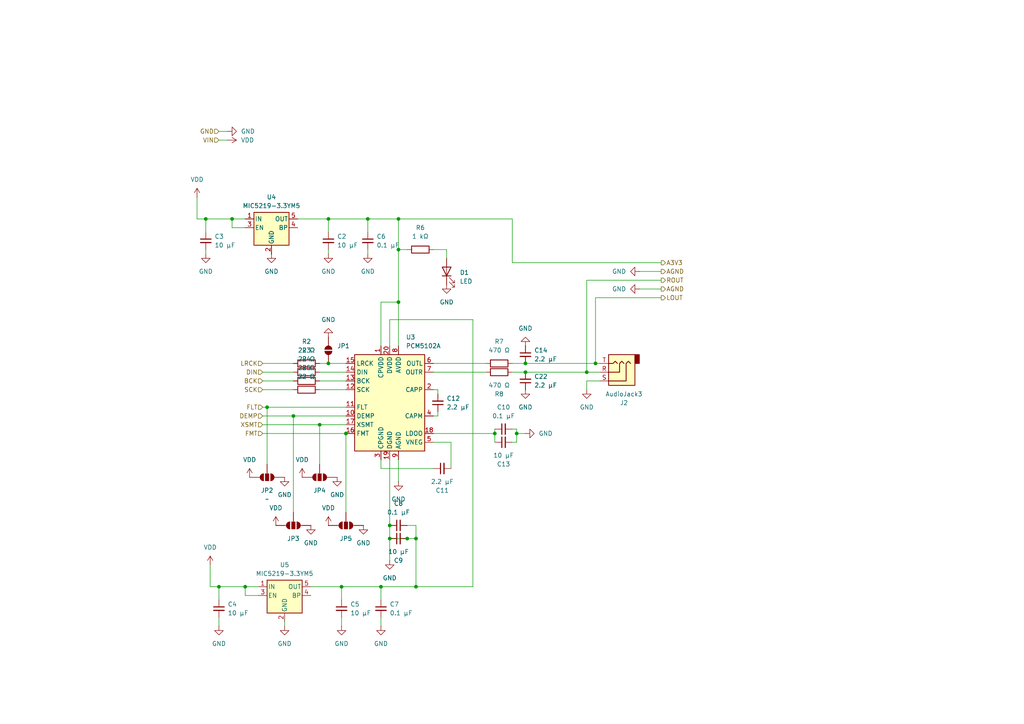
<source format=kicad_sch>
(kicad_sch (version 20250114) (generator "eeschema") (generator_version "9.0")
  (paper "A4")
  (lib_symbols
    (symbol "Audio:PCM5102A"
      (property "Reference" "U" (at -10.16 13.97 0))
      (property "Value" "PCM5102A" (at 3.81 13.97 0))
      (symbol "PCM5102A_0_1"
        (rectangle (start -10.16 12.7) (end 10.16 -15.24) (stroke (width 0.254)) (fill (type background)))
      )
      (symbol "PCM5102A_1_1"
        (pin input line (at -12.7 10.16 0) (length 2.54) (name "LRCK") (number "15"))
        (pin input line (at -12.7 7.62 0) (length 2.54) (name "DIN") (number "14"))
        (pin input line (at -12.7 5.08 0) (length 2.54) (name "BCK") (number "13"))
        (pin input line (at -12.7 2.54 0) (length 2.54) (name "SCK") (number "12"))
        (pin input line (at -12.7 -2.54 0) (length 2.54) (name "FLT") (number "11"))
        (pin input line (at -12.7 -5.08 0) (length 2.54) (name "DEMP") (number "10"))
        (pin input line (at -12.7 -7.62 0) (length 2.54) (name "XSMT") (number "17"))
        (pin input line (at -12.7 -10.16 0) (length 2.54) (name "FMT") (number "16"))
        (pin passive line (at -2.54 15.24 270) (length 2.54) (name "CPVDD") (number "1"))
        (pin power_in line (at -2.54 -17.78 90) (length 2.54) (name "CPGND") (number "3"))
        (pin power_in line (at 0 15.24 270) (length 2.54) (name "DVDD") (number "20"))
        (pin power_in line (at 0 -17.78 90) (length 2.54) (name "DGND") (number "19"))
        (pin power_in line (at 2.54 15.24 270) (length 2.54) (name "AVDD") (number "8"))
        (pin power_in line (at 2.54 -17.78 90) (length 2.54) (name "AGND") (number "9"))
        (pin output line (at 12.7 10.16 180) (length 2.54) (name "OUTL") (number "6"))
        (pin output line (at 12.7 7.62 180) (length 2.54) (name "OUTR") (number "7"))
        (pin passive line (at 12.7 2.54 180) (length 2.54) (name "CAPP") (number "2"))
        (pin passive line (at 12.7 -5.08 180) (length 2.54) (name "CAPM") (number "4"))
        (pin passive line (at 12.7 -10.16 180) (length 2.54) (name "LDOO") (number "18"))
        (pin passive line (at 12.7 -12.7 180) (length 2.54) (name "VNEG") (number "5"))
      )
    )
    (symbol "Connector_Audio:AudioJack3"
      (property "Reference" "J" (at 0 8.89 0))
      (property "Value" "AudioJack3" (at 0 6.35 0))
      (symbol "AudioJack3_0_1"
        (rectangle (start -5.08 -5.08) (end -6.35 -2.54) (stroke (width 0.254)) (fill (type outline)))
        (polyline (pts (xy -1.905 -2.54) (xy -1.27 -3.175) (xy -0.635 -2.54) (xy -0.635 0) (xy 2.54 0)) (stroke (width 0.254)))
        (polyline (pts (xy 0 -2.54) (xy 0.635 -3.175) (xy 1.27 -2.54) (xy 2.54 -2.54)) (stroke (width 0.254)))
        (rectangle (start 2.54 3.81) (end -5.08 -5.08) (stroke (width 0.254)) (fill (type background)))
        (polyline (pts (xy 2.54 2.54) (xy -2.54 2.54) (xy -2.54 -2.54) (xy -3.175 -3.175) (xy -3.81 -2.54)) (stroke (width 0.254)))
      )
      (symbol "AudioJack3_1_1"
        (pin passive line (at 5.08 2.54 180) (length 2.54) (name "~") (number "S"))
        (pin passive line (at 5.08 0 180) (length 2.54) (name "~") (number "R"))
        (pin passive line (at 5.08 -2.54 180) (length 2.54) (name "~") (number "T"))
      )
    )
    (symbol "Device:C_Small" (pin_numbers (hide yes)) (pin_names (offset 0.254) (hide yes))
      (property "Reference" "C" (at 0.254 1.778 0))
      (property "Value" "C_Small" (at 0.254 -2.032 0))
      (symbol "C_Small_0_1"
        (polyline (pts (xy -1.524 0.508) (xy 1.524 0.508)) (stroke (width 0.3048)))
        (polyline (pts (xy -1.524 -0.508) (xy 1.524 -0.508)) (stroke (width 0.3302)))
      )
      (symbol "C_Small_1_1"
        (pin passive line (at 0 2.54 270) (length 2.032) (name "~") (number "1"))
        (pin passive line (at 0 -2.54 90) (length 2.032) (name "~") (number "2"))
      )
    )
    (symbol "Device:LED" (pin_numbers (hide yes)) (pin_names (offset 1.016) (hide yes))
      (property "Reference" "D" (at 0 2.54 0))
      (property "Value" "LED" (at 0 -2.54 0))
      (symbol "LED_0_1"
        (polyline (pts (xy -3.048 -0.762) (xy -4.572 -2.286) (xy -3.81 -2.286) (xy -4.572 -2.286) (xy -4.572 -1.524)))
        (polyline (pts (xy -1.778 -0.762) (xy -3.302 -2.286) (xy -2.54 -2.286) (xy -3.302 -2.286) (xy -3.302 -1.524)))
        (polyline (pts (xy -1.27 0) (xy 1.27 0)))
        (polyline (pts (xy -1.27 -1.27) (xy -1.27 1.27)) (stroke (width 0.254)))
        (polyline (pts (xy 1.27 -1.27) (xy 1.27 1.27) (xy -1.27 0) (xy 1.27 -1.27)) (stroke (width 0.254)))
      )
      (symbol "LED_1_1"
        (pin passive line (at -3.81 0 0) (length 2.54) (name "K") (number "1"))
        (pin passive line (at 3.81 0 180) (length 2.54) (name "A") (number "2"))
      )
    )
    (symbol "Jumper:SolderJumper_2_Open" (pin_numbers (hide yes)) (pin_names (offset 0) (hide yes)) (exclude_from_sim yes) (in_bom no)
      (property "Reference" "JP" (at 0 2.032 0))
      (property "Value" "SolderJumper_2_Open" (at 0 -2.54 0))
      (symbol "SolderJumper_2_Open_0_1"
        (polyline (pts (xy -0.254 1.016) (xy -0.254 -1.016)))
        (arc (start -0.254 -1.016) (mid -1.2656 0) (end -0.254 1.016))
        (arc (start -0.254 -1.016) (mid -1.2656 0) (end -0.254 1.016) (fill (type outline)))
        (arc (start 0.254 1.016) (mid 1.2656 0) (end 0.254 -1.016))
        (arc (start 0.254 1.016) (mid 1.2656 0) (end 0.254 -1.016) (fill (type outline)))
        (polyline (pts (xy 0.254 1.016) (xy 0.254 -1.016)))
      )
      (symbol "SolderJumper_2_Open_1_1"
        (pin passive line (at -3.81 0 0) (length 2.54) (name "A") (number "1"))
        (pin passive line (at 3.81 0 180) (length 2.54) (name "B") (number "2"))
      )
    )
    (symbol "Jumper:SolderJumper_3_Open" (pin_numbers (hide yes)) (pin_names (offset 0) (hide yes)) (exclude_from_sim yes) (in_bom no)
      (property "Reference" "JP" (at -2.54 -2.54 0))
      (property "Value" "SolderJumper_3_Open" (at 0 2.794 0))
      (symbol "SolderJumper_3_Open_0_1"
        (polyline (pts (xy -2.54 0) (xy -2.032 0)))
        (polyline (pts (xy -1.016 1.016) (xy -1.016 -1.016)))
        (arc (start -1.016 -1.016) (mid -2.0276 0) (end -1.016 1.016))
        (arc (start -1.016 -1.016) (mid -2.0276 0) (end -1.016 1.016) (fill (type outline)))
        (rectangle (start -0.508 1.016) (end 0.508 -1.016) (fill (type outline)))
        (polyline (pts (xy 0 -1.27) (xy 0 -1.016)))
        (arc (start 1.016 1.016) (mid 2.0276 0) (end 1.016 -1.016))
        (arc (start 1.016 1.016) (mid 2.0276 0) (end 1.016 -1.016) (fill (type outline)))
        (polyline (pts (xy 1.016 1.016) (xy 1.016 -1.016)))
        (polyline (pts (xy 2.54 0) (xy 2.032 0)))
      )
      (symbol "SolderJumper_3_Open_1_1"
        (pin passive line (at -5.08 0 0) (length 2.54) (name "A") (number "1"))
        (pin passive line (at 0 -3.81 90) (length 2.54) (name "C") (number "2"))
        (pin passive line (at 5.08 0 180) (length 2.54) (name "B") (number "3"))
      )
    )
    (symbol "R_1" (pin_numbers (hide yes)) (pin_names (offset 0) (hide yes))
      (property "Reference" "R" (at 2.032 0 90))
      (property "Value" "R" (at 0 0 90))
      (symbol "R_1_0_1"
        (rectangle (start -1.016 -2.54) (end 1.016 2.54) (stroke (width 0.254)))
      )
      (symbol "R_1_1_1"
        (pin passive line (at 0 3.81 270) (length 1.27) (name "~") (number "1"))
        (pin passive line (at 0 -3.81 90) (length 1.27) (name "~") (number "2"))
      )
    )
    (symbol "R_2" (pin_numbers (hide yes)) (pin_names (offset 0))
      (property "Reference" "R" (at 2.032 0 90))
      (property "Value" "R" (at 0 0 90))
      (symbol "R_2_0_1"
        (rectangle (start -1.016 -2.54) (end 1.016 2.54) (stroke (width 0.254)))
      )
      (symbol "R_2_1_1"
        (pin passive line (at 0 3.81 270) (length 1.27) (name "~") (number "1"))
        (pin passive line (at 0 -3.81 90) (length 1.27) (name "~") (number "2"))
      )
    )
    (symbol "Regulator_Linear:MIC5219-3.3YM5" (pin_names (offset 0.254))
      (property "Reference" "U" (at -3.81 5.715 0))
      (property "Value" "MIC5219-3.3YM5" (at 0 5.715 0))
      (symbol "MIC5219-3.3YM5_0_1"
        (rectangle (start -5.08 4.445) (end 5.08 -5.08) (stroke (width 0.254)) (fill (type background)))
      )
      (symbol "MIC5219-3.3YM5_1_1"
        (pin power_in line (at -7.62 2.54 0) (length 2.54) (name "IN") (number "1"))
        (pin input line (at -7.62 0 0) (length 2.54) (name "EN") (number "3"))
        (pin power_in line (at 0 -7.62 90) (length 2.54) (name "GND") (number "2"))
        (pin power_out line (at 7.62 2.54 180) (length 2.54) (name "OUT") (number "5"))
        (pin input line (at 7.62 0 180) (length 2.54) (name "BP") (number "4"))
      )
    )
    (symbol "power:GND" (power) (pin_numbers (hide yes)) (pin_names (offset 0) (hide yes))
      (property "Value" "GND" (at 0 -3.81 0))
      (symbol "GND_0_1"
        (polyline (pts (xy 0 0) (xy 0 -1.27) (xy 1.27 -1.27) (xy 0 -2.54) (xy -1.27 -1.27) (xy 0 -1.27)))
      )
      (symbol "GND_1_1"
        (pin power_in line (at 0 0 270) (length 0) (name "~") (number "1"))
      )
    )
    (symbol "power:VDD" (power) (pin_numbers (hide yes)) (pin_names (offset 0) (hide yes))
      (property "Value" "VDD" (at 0 3.556 0))
      (symbol "VDD_0_1"
        (polyline (pts (xy -0.762 1.27) (xy 0 2.54)))
        (polyline (pts (xy 0 2.54) (xy 0.762 1.27)))
        (polyline (pts (xy 0 0) (xy 0 2.54)))
      )
      (symbol "VDD_1_1"
        (pin power_in line (at 0 0 90) (length 0) (name "~") (number "1"))
      )
    )
  )
  (junction (at 92.71 123.19))
  (junction (at 152.4 105.41))
  (junction (at 77.47 118.11))
  (junction (at 149.86 125.73))
  (junction (at 95.25 63.5))
  (junction (at 113.03 152.4))
  (junction (at 59.69 63.5))
  (junction (at 95.25 105.41))
  (junction (at 113.03 156.21))
  (junction (at 115.57 87.63))
  (junction (at 71.12 170.18))
  (junction (at 172.72 105.41))
  (junction (at 99.06 170.18))
  (junction (at 115.57 63.5))
  (junction (at 118.11 156.21))
  (junction (at 170.18 107.95))
  (junction (at 120.65 156.21))
  (junction (at 120.65 170.18))
  (junction (at 100.33 125.73))
  (junction (at 152.4 107.95))
  (junction (at 85.09 120.65))
  (junction (at 115.57 72.39))
  (junction (at 110.49 170.18))
  (junction (at 106.68 63.5))
  (junction (at 63.5 170.18))
  (junction (at 67.31 63.5))
  (junction (at 143.51 125.73))
  (wire (pts (xy 113.03 100.33) (xy 113.03 92.71)))
  (wire (pts (xy 148.59 124.46) (xy 149.86 124.46)))
  (wire (pts (xy 86.36 63.5) (xy 95.25 63.5)))
  (wire (pts (xy 92.71 107.95) (xy 100.33 107.95)))
  (wire (pts (xy 106.68 63.5) (xy 115.57 63.5)))
  (wire (pts (xy 152.4 105.41) (xy 172.72 105.41)))
  (wire (pts (xy 110.49 133.35) (xy 110.49 135.89)))
  (wire (pts (xy 149.86 125.73) (xy 149.86 128.27)))
  (wire (pts (xy 85.09 120.65) (xy 100.33 120.65)))
  (wire (pts (xy 59.69 63.5) (xy 67.31 63.5)))
  (wire (pts (xy 120.65 156.21) (xy 120.65 170.18)))
  (wire (pts (xy 172.72 105.41) (xy 173.99 105.41)))
  (wire (pts (xy 82.55 180.34) (xy 82.55 181.61)))
  (wire (pts (xy 95.25 105.41) (xy 100.33 105.41)))
  (wire (pts (xy 100.33 125.73) (xy 100.33 148.59)))
  (wire (pts (xy 120.65 152.4) (xy 120.65 156.21)))
  (wire (pts (xy 125.73 72.39) (xy 129.54 72.39)))
  (wire (pts (xy 115.57 87.63) (xy 115.57 72.39)))
  (wire (pts (xy 71.12 170.18) (xy 74.93 170.18)))
  (wire (pts (xy 76.2 113.03) (xy 85.09 113.03)))
  (wire (pts (xy 57.15 63.5) (xy 57.15 57.15)))
  (wire (pts (xy 63.5 170.18) (xy 71.12 170.18)))
  (wire (pts (xy 129.54 72.39) (xy 129.54 74.93)))
  (wire (pts (xy 74.93 172.72) (xy 71.12 172.72)))
  (wire (pts (xy 143.51 125.73) (xy 143.51 128.27)))
  (wire (pts (xy 125.73 113.03) (xy 127 113.03)))
  (wire (pts (xy 113.03 156.21) (xy 118.11 156.21)))
  (wire (pts (xy 76.2 110.49) (xy 85.09 110.49)))
  (wire (pts (xy 120.65 156.21) (xy 118.11 156.21)))
  (wire (pts (xy 76.2 123.19) (xy 92.71 123.19)))
  (wire (pts (xy 120.65 152.4) (xy 118.11 152.4)))
  (wire (pts (xy 115.57 100.33) (xy 115.57 87.63)))
  (wire (pts (xy 60.96 170.18) (xy 60.96 163.83)))
  (wire (pts (xy 92.71 113.03) (xy 100.33 113.03)))
  (wire (pts (xy 76.2 107.95) (xy 85.09 107.95)))
  (wire (pts (xy 127 120.65) (xy 127 119.38)))
  (wire (pts (xy 130.81 128.27) (xy 125.73 128.27)))
  (wire (pts (xy 173.99 110.49) (xy 170.18 110.49)))
  (wire (pts (xy 85.09 120.65) (xy 85.09 148.59)))
  (wire (pts (xy 110.49 179.07) (xy 110.49 181.61)))
  (wire (pts (xy 130.81 135.89) (xy 130.81 128.27)))
  (wire (pts (xy 110.49 170.18) (xy 120.65 170.18)))
  (wire (pts (xy 76.2 120.65) (xy 85.09 120.65)))
  (wire (pts (xy 77.47 118.11) (xy 77.47 134.62)))
  (wire (pts (xy 185.42 78.74) (xy 191.77 78.74)))
  (wire (pts (xy 170.18 81.28) (xy 170.18 107.95)))
  (wire (pts (xy 63.5 40.64) (xy 66.04 40.64)))
  (wire (pts (xy 76.2 105.41) (xy 85.09 105.41)))
  (wire (pts (xy 95.25 67.31) (xy 95.25 63.5)))
  (wire (pts (xy 148.59 105.41) (xy 152.4 105.41)))
  (wire (pts (xy 59.69 72.39) (xy 59.69 73.66)))
  (wire (pts (xy 106.68 67.31) (xy 106.68 63.5)))
  (wire (pts (xy 92.71 110.49) (xy 100.33 110.49)))
  (wire (pts (xy 113.03 133.35) (xy 113.03 152.4)))
  (wire (pts (xy 191.77 81.28) (xy 170.18 81.28)))
  (wire (pts (xy 95.25 72.39) (xy 95.25 73.66)))
  (wire (pts (xy 172.72 86.36) (xy 172.72 105.41)))
  (wire (pts (xy 76.2 118.11) (xy 77.47 118.11)))
  (wire (pts (xy 125.73 120.65) (xy 127 120.65)))
  (wire (pts (xy 170.18 110.49) (xy 170.18 113.03)))
  (wire (pts (xy 67.31 66.04) (xy 67.31 63.5)))
  (wire (pts (xy 71.12 66.04) (xy 67.31 66.04)))
  (wire (pts (xy 99.06 179.07) (xy 99.06 181.61)))
  (wire (pts (xy 148.59 76.2) (xy 148.59 63.5)))
  (wire (pts (xy 125.73 125.73) (xy 143.51 125.73)))
  (wire (pts (xy 110.49 135.89) (xy 125.73 135.89)))
  (wire (pts (xy 143.51 124.46) (xy 143.51 125.73)))
  (wire (pts (xy 77.47 118.11) (xy 100.33 118.11)))
  (wire (pts (xy 170.18 107.95) (xy 173.99 107.95)))
  (wire (pts (xy 148.59 107.95) (xy 152.4 107.95)))
  (wire (pts (xy 118.11 72.39) (xy 115.57 72.39)))
  (wire (pts (xy 106.68 72.39) (xy 106.68 73.66)))
  (wire (pts (xy 191.77 76.2) (xy 148.59 76.2)))
  (wire (pts (xy 110.49 173.99) (xy 110.49 170.18)))
  (wire (pts (xy 60.96 170.18) (xy 63.5 170.18)))
  (wire (pts (xy 90.17 170.18) (xy 99.06 170.18)))
  (wire (pts (xy 71.12 172.72) (xy 71.12 170.18)))
  (wire (pts (xy 127 113.03) (xy 127 114.3)))
  (wire (pts (xy 113.03 156.21) (xy 113.03 162.56)))
  (wire (pts (xy 120.65 170.18) (xy 137.16 170.18)))
  (wire (pts (xy 149.86 124.46) (xy 149.86 125.73)))
  (wire (pts (xy 115.57 133.35) (xy 115.57 139.7)))
  (wire (pts (xy 63.5 38.1) (xy 66.04 38.1)))
  (wire (pts (xy 63.5 173.99) (xy 63.5 170.18)))
  (wire (pts (xy 92.71 105.41) (xy 95.25 105.41)))
  (wire (pts (xy 113.03 92.71) (xy 137.16 92.71)))
  (wire (pts (xy 57.15 63.5) (xy 59.69 63.5)))
  (wire (pts (xy 125.73 105.41) (xy 140.97 105.41)))
  (wire (pts (xy 59.69 67.31) (xy 59.69 63.5)))
  (wire (pts (xy 67.31 63.5) (xy 71.12 63.5)))
  (wire (pts (xy 185.42 83.82) (xy 191.77 83.82)))
  (wire (pts (xy 152.4 125.73) (xy 149.86 125.73)))
  (wire (pts (xy 92.71 123.19) (xy 100.33 123.19)))
  (wire (pts (xy 148.59 63.5) (xy 115.57 63.5)))
  (wire (pts (xy 115.57 72.39) (xy 115.57 63.5)))
  (wire (pts (xy 149.86 128.27) (xy 148.59 128.27)))
  (wire (pts (xy 137.16 92.71) (xy 137.16 170.18)))
  (wire (pts (xy 92.71 123.19) (xy 92.71 134.62)))
  (wire (pts (xy 95.25 63.5) (xy 106.68 63.5)))
  (wire (pts (xy 99.06 173.99) (xy 99.06 170.18)))
  (wire (pts (xy 113.03 152.4) (xy 113.03 156.21)))
  (wire (pts (xy 191.77 86.36) (xy 172.72 86.36)))
  (wire (pts (xy 110.49 100.33) (xy 110.49 87.63)))
  (wire (pts (xy 152.4 107.95) (xy 170.18 107.95)))
  (wire (pts (xy 99.06 170.18) (xy 110.49 170.18)))
  (wire (pts (xy 125.73 107.95) (xy 140.97 107.95)))
  (wire (pts (xy 76.2 125.73) (xy 100.33 125.73)))
  (wire (pts (xy 63.5 179.07) (xy 63.5 181.61)))
  (wire (pts (xy 110.49 87.63) (xy 115.57 87.63)))
  (hierarchical_label "BCK" (shape input) (at 76.2 110.49 180))
  (hierarchical_label "LOUT" (shape output) (at 191.77 86.36 0))
  (hierarchical_label "LRCK" (shape input) (at 76.2 105.41 180))
  (hierarchical_label "DEMP" (shape input) (at 76.2 120.65 180))
  (hierarchical_label "AGND" (shape output) (at 191.77 78.74 0))
  (hierarchical_label "AGND" (shape output) (at 191.77 83.82 0))
  (hierarchical_label "ROUT" (shape output) (at 191.77 81.28 0))
  (hierarchical_label "FMT" (shape input) (at 76.2 125.73 180))
  (hierarchical_label "XSMT" (shape input) (at 76.2 123.19 180))
  (hierarchical_label "VIN" (shape input) (at 63.5 40.64 180))
  (hierarchical_label "SCK" (shape input) (at 76.2 113.03 180))
  (hierarchical_label "GND" (shape input) (at 63.5 38.1 180))
  (hierarchical_label "FLT" (shape input) (at 76.2 118.11 180))
  (hierarchical_label "A3V3" (shape output) (at 191.77 76.2 0))
  (hierarchical_label "DIN" (shape input) (at 76.2 107.95 180))
  (symbol (lib_id "power:VDD") (at 72.39 138.43 0) (unit 1)
    (property "Reference" "#PWR01" (effects (hide yes)))
    (property "Value" "VDD" (at 72.39 133.35 0))
    (property "Description" "Power symbol creates a global label with name \"VDD\"" (effects (hide yes)))
  )
  (symbol (lib_id "power:GND") (at 105.41 152.4 0) (unit 1)
    (property "Reference" "#PWR08" (effects (hide yes)))
    (property "Value" "GND" (at 105.41 157.48 0))
    (property "Description" "Power symbol creates a global label with name \"GND\" , ground" (effects (hide yes)))
  )
  (symbol (lib_name "R_1") (lib_id "Device:R") (at 144.78 107.95 90) (mirror x) (unit 1)
    (property "Reference" "R8" (at 144.78 114.3 90))
    (property "Value" "470 Ω" (at 144.78 111.76 90))
    (property "Description" "Resistor" (effects (hide yes)))
  )
  (symbol (lib_id "Device:C_Small") (at 99.06 176.53 0) (unit 1)
    (property "Reference" "C5" (at 101.6 175.2662 0) (effects (justify left)))
    (property "Value" "10 μF" (at 101.6 177.8062 0) (effects (justify left)))
    (property "Description" "Unpolarized capacitor, small symbol" (effects (hide yes)))
  )
  (symbol (lib_id "Device:C_Small") (at 115.57 152.4 90) (unit 1)
    (property "Reference" "C8" (at 115.5763 146.05 90))
    (property "Value" "0.1 μF" (at 115.5763 148.59 90))
    (property "Description" "Unpolarized capacitor, small symbol" (effects (hide yes)))
  )
  (symbol (lib_name "R_1") (lib_id "Device:R") (at 88.9 110.49 90) (unit 1)
    (property "Reference" "R4" (at 88.9 104.14 90))
    (property "Value" "22 Ω" (at 88.9 106.68 90))
    (property "Description" "Resistor" (effects (hide yes)))
  )
  (symbol (lib_id "Regulator_Linear:MIC5219-3.3YM5") (at 82.55 172.72 0) (unit 1)
    (property "Reference" "U5" (at 82.55 163.83 0))
    (property "Value" "MIC5219-3.3YM5" (at 82.55 166.37 0))
    (property "Footprint" "Package_TO_SOT_SMD:SOT-23-5" (effects (hide yes)))
    (property "Datasheet" "http://ww1.microchip.com/downloads/en/DeviceDoc/MIC5219-500mA-Peak-Output-LDO-Regulator-DS20006021A.pdf" (effects (hide yes)))
    (property "Description" "500mA low dropout linear regulator, fixed 3.3V output, SOT-23-5" (effects (hide yes)))
  )
  (symbol (lib_id "Jumper:SolderJumper_2_Open") (at 95.25 101.6 90) (unit 1)
    (property "Reference" "JP1" (at 97.79 100.3299 90) (effects (justify right)))
    (property "Value" "SolderJumper_2_Open" (effects (hide yes)))
    (property "Description" "Solder Jumper, 2-pole, open" (effects (hide yes)))
  )
  (symbol (lib_id "Device:LED") (at 129.54 78.74 90) (unit 1)
    (property "Reference" "D1" (at 133.35 79.0574 90) (effects (justify right)))
    (property "Value" "LED" (at 133.35 81.5974 90) (effects (justify right)))
    (property "Description" "Light emitting diode" (effects (hide yes)))
    (property "Sim.Pins" "1=K 2=A" (effects (hide yes)))
  )
  (symbol (lib_id "Device:C_Small") (at 106.68 69.85 0) (unit 1)
    (property "Reference" "C6" (at 109.22 68.5862 0) (effects (justify left)))
    (property "Value" "0.1 μF" (at 109.22 71.1262 0) (effects (justify left)))
    (property "Description" "Unpolarized capacitor, small symbol" (effects (hide yes)))
  )
  (symbol (lib_id "power:VDD") (at 87.63 138.43 0) (unit 1)
    (property "Reference" "#PWR05" (effects (hide yes)))
    (property "Value" "VDD" (at 87.63 133.35 0))
    (property "Description" "Power symbol creates a global label with name \"VDD\"" (effects (hide yes)))
  )
  (symbol (lib_id "Jumper:SolderJumper_3_Open") (at 100.33 152.4 180) (unit 1)
    (property "Reference" "JP5" (at 100.33 156.21 0))
    (property "Value" "SolderJumper_3_Open" (effects (hide yes)))
    (property "Description" "Solder Jumper, 3-pole, open" (effects (hide yes)))
  )
  (symbol (lib_id "Device:C_Small") (at 128.27 135.89 90) (mirror x) (unit 1)
    (property "Reference" "C11" (at 128.2763 142.24 90))
    (property "Value" "2.2 μF" (at 128.2763 139.7 90))
    (property "Description" "Unpolarized capacitor, small symbol" (effects (hide yes)))
  )
  (symbol (lib_id "Device:C_Small") (at 110.49 176.53 0) (unit 1)
    (property "Reference" "C7" (at 113.03 175.2662 0) (effects (justify left)))
    (property "Value" "0.1 μF" (at 113.03 177.8062 0) (effects (justify left)))
    (property "Description" "Unpolarized capacitor, small symbol" (effects (hide yes)))
  )
  (symbol (lib_id "Jumper:SolderJumper_3_Open") (at 85.09 152.4 180) (unit 1)
    (property "Reference" "JP3" (at 85.09 156.21 0))
    (property "Value" "SolderJumper_3_Open" (effects (hide yes)))
    (property "Description" "Solder Jumper, 3-pole, open" (effects (hide yes)))
  )
  (symbol (lib_id "power:GND") (at 152.4 113.03 0) (unit 1)
    (property "Reference" "#PWR026" (effects (hide yes)))
    (property "Value" "GND" (at 152.4 118.11 0))
    (property "Description" "Power symbol creates a global label with name \"GND\" , ground" (effects (hide yes)))
  )
  (symbol (lib_id "power:GND") (at 97.79 138.43 0) (unit 1)
    (property "Reference" "#PWR06" (effects (hide yes)))
    (property "Value" "GND" (at 97.79 143.51 0))
    (property "Description" "Power symbol creates a global label with name \"GND\" , ground" (effects (hide yes)))
  )
  (symbol (lib_id "Audio:PCM5102A") (at 113.03 115.57 0) (unit 1)
    (property "Reference" "U3" (at 117.7133 97.79 0) (effects (justify left)))
    (property "Value" "PCM5102A" (at 117.7133 100.33 0) (effects (justify left)))
    (property "Footprint" "Package_SO:TSSOP-20_4.4x6.5mm_P0.65mm" (effects (hide yes)))
    (property "Datasheet" "https://www.ti.com/lit/ds/symlink/pcm5102a.pdf" (effects (hide yes)))
    (property "Description" "2.1 VRMS, 112dB Audio Stereo DAC with PLL and 32-bit, 384kHz PCM Interface, TSSOP-20" (effects (hide yes)))
  )
  (symbol (lib_id "Device:C_Small") (at 146.05 128.27 90) (mirror x) (unit 1)
    (property "Reference" "C13" (at 146.0563 134.62 90))
    (property "Value" "10 μF" (at 146.0563 132.08 90))
    (property "Description" "Unpolarized capacitor, small symbol" (effects (hide yes)))
  )
  (symbol (lib_id "power:GND") (at 99.06 181.61 0) (unit 1)
    (property "Reference" "#PWR021" (effects (hide yes)))
    (property "Value" "GND" (at 99.06 186.69 0))
    (property "Description" "Power symbol creates a global label with name \"GND\" , ground" (effects (hide yes)))
  )
  (symbol (lib_id "power:GND") (at 66.04 38.1 90) (unit 1)
    (property "Reference" "#PWR010" (effects (hide yes)))
    (property "Value" "GND" (at 69.85 38.0999 90) (effects (justify right)))
    (property "Description" "Power symbol creates a global label with name \"GND\" , ground" (effects (hide yes)))
  )
  (symbol (lib_id "Device:C_Small") (at 152.4 102.87 0) (unit 1)
    (property "Reference" "C14" (at 154.94 101.6062 0) (effects (justify left)))
    (property "Value" "2.2 μF" (at 154.94 104.1462 0) (effects (justify left)))
    (property "Description" "Unpolarized capacitor, small symbol" (effects (hide yes)))
  )
  (symbol (lib_id "power:GND") (at 185.42 78.74 270) (unit 1)
    (property "Reference" "#PWR029" (effects (hide yes)))
    (property "Value" "GND" (at 181.61 78.7399 90) (effects (justify right)))
    (property "Description" "Power symbol creates a global label with name \"GND\" , ground" (effects (hide yes)))
  )
  (symbol (lib_id "power:GND") (at 115.57 139.7 0) (unit 1)
    (property "Reference" "#PWR025" (effects (hide yes)))
    (property "Value" "GND" (at 115.57 144.78 0))
    (property "Description" "Power symbol creates a global label with name \"GND\" , ground" (effects (hide yes)))
  )
  (symbol (lib_name "R_1") (lib_id "Device:R") (at 88.9 113.03 90) (unit 1)
    (property "Reference" "R5" (at 88.9 106.68 90))
    (property "Value" "22 Ω" (at 88.9 109.22 90))
    (property "Description" "Resistor" (effects (hide yes)))
  )
  (symbol (lib_id "Jumper:SolderJumper_3_Open") (at 92.71 138.43 180) (unit 1)
    (property "Reference" "JP4" (at 92.71 142.24 0))
    (property "Value" "SolderJumper_3_Open" (effects (hide yes)))
    (property "Description" "Solder Jumper, 3-pole, open" (effects (hide yes)))
  )
  (symbol (lib_id "power:GND") (at 95.25 73.66 0) (unit 1)
    (property "Reference" "#PWR015" (effects (hide yes)))
    (property "Value" "GND" (at 95.25 78.74 0))
    (property "Description" "Power symbol creates a global label with name \"GND\" , ground" (effects (hide yes)))
  )
  (symbol (lib_id "power:GND") (at 152.4 125.73 90) (unit 1)
    (property "Reference" "#PWR024" (effects (hide yes)))
    (property "Value" "GND" (at 156.21 125.7299 90) (effects (justify right)))
    (property "Description" "Power symbol creates a global label with name \"GND\" , ground" (effects (hide yes)))
  )
  (symbol (lib_id "Device:C_Small") (at 127 116.84 180) (unit 1)
    (property "Reference" "C12" (at 129.54 115.5635 0) (effects (justify right)))
    (property "Value" "2.2 μF" (at 129.54 118.1035 0) (effects (justify right)))
    (property "Description" "Unpolarized capacitor, small symbol" (effects (hide yes)))
  )
  (symbol (lib_name "R_1") (lib_id "Device:R") (at 88.9 105.41 90) (unit 1)
    (property "Reference" "R2" (at 88.9 99.06 90))
    (property "Value" "22 Ω" (at 88.9 101.6 90))
    (property "Description" "Resistor" (effects (hide yes)))
  )
  (symbol (lib_id "Connector_Audio:AudioJack3") (at 179.07 107.95 180) (unit 1)
    (property "Reference" "J2" (at 180.975 116.84 0))
    (property "Value" "AudioJack3" (at 180.975 114.3 0))
    (property "Description" "Audio Jack, 3 Poles (Stereo / TRS)" (effects (hide yes)))
  )
  (symbol (lib_name "R_1") (lib_id "Device:R") (at 88.9 107.95 90) (unit 1)
    (property "Reference" "R3" (at 88.9 101.6 90))
    (property "Value" "22 Ω" (at 88.9 104.14 90))
    (property "Description" "Resistor" (effects (hide yes)))
  )
  (symbol (lib_id "power:GND") (at 106.68 73.66 0) (unit 1)
    (property "Reference" "#PWR016" (effects (hide yes)))
    (property "Value" "GND" (at 106.68 78.74 0))
    (property "Description" "Power symbol creates a global label with name \"GND\" , ground" (effects (hide yes)))
  )
  (symbol (lib_id "Device:C_Small") (at 63.5 176.53 0) (unit 1)
    (property "Reference" "C4" (at 66.04 175.2662 0) (effects (justify left)))
    (property "Value" "10 μF" (at 66.04 177.8062 0) (effects (justify left)))
    (property "Description" "Unpolarized capacitor, small symbol" (effects (hide yes)))
  )
  (symbol (lib_id "power:GND") (at 63.5 181.61 0) (unit 1)
    (property "Reference" "#PWR019" (effects (hide yes)))
    (property "Value" "GND" (at 63.5 186.69 0))
    (property "Description" "Power symbol creates a global label with name \"GND\" , ground" (effects (hide yes)))
  )
  (symbol (lib_id "Device:C_Small") (at 152.4 110.49 180) (unit 1)
    (property "Reference" "C22" (at 154.94 109.2135 0) (effects (justify right)))
    (property "Value" "2.2 μF" (at 154.94 111.7535 0) (effects (justify right)))
    (property "Description" "Unpolarized capacitor, small symbol" (effects (hide yes)))
  )
  (symbol (lib_id "power:GND") (at 152.4 100.33 180) (unit 1)
    (property "Reference" "#PWR027" (effects (hide yes)))
    (property "Value" "GND" (at 152.4 95.25 0))
    (property "Description" "Power symbol creates a global label with name \"GND\" , ground" (effects (hide yes)))
  )
  (symbol (lib_id "power:VDD") (at 66.04 40.64 270) (unit 1)
    (property "Reference" "#PWR011" (effects (hide yes)))
    (property "Value" "VDD" (at 69.85 40.6399 90) (effects (justify left)))
    (property "Description" "Power symbol creates a global label with name \"VDD\"" (effects (hide yes)))
  )
  (symbol (lib_id "power:VDD") (at 57.15 57.15 0) (unit 1)
    (property "Reference" "#PWR012" (effects (hide yes)))
    (property "Value" "VDD" (at 57.15 52.07 0))
    (property "Description" "Power symbol creates a global label with name \"VDD\"" (effects (hide yes)))
  )
  (symbol (lib_id "Device:C_Small") (at 146.05 124.46 90) (unit 1)
    (property "Reference" "C10" (at 146.0563 118.11 90))
    (property "Value" "0.1 μF" (at 146.0563 120.65 90))
    (property "Description" "Unpolarized capacitor, small symbol" (effects (hide yes)))
  )
  (symbol (lib_id "Device:C_Small") (at 59.69 69.85 0) (unit 1)
    (property "Reference" "C3" (at 62.23 68.5862 0) (effects (justify left)))
    (property "Value" "10 μF" (at 62.23 71.1262 0) (effects (justify left)))
    (property "Description" "Unpolarized capacitor, small symbol" (effects (hide yes)))
  )
  (symbol (lib_id "power:VDD") (at 95.25 152.4 0) (unit 1)
    (property "Reference" "#PWR07" (effects (hide yes)))
    (property "Value" "VDD" (at 95.25 147.32 0))
    (property "Description" "Power symbol creates a global label with name \"VDD\"" (effects (hide yes)))
  )
  (symbol (lib_id "Device:C_Small") (at 115.57 156.21 90) (mirror x) (unit 1)
    (property "Reference" "C9" (at 115.5763 162.56 90))
    (property "Value" "10 μF" (at 115.5763 160.02 90))
    (property "Description" "Unpolarized capacitor, small symbol" (effects (hide yes)))
  )
  (symbol (lib_id "Regulator_Linear:MIC5219-3.3YM5") (at 78.74 66.04 0) (unit 1)
    (property "Reference" "U4" (at 78.74 57.15 0))
    (property "Value" "MIC5219-3.3YM5" (at 78.74 59.69 0))
    (property "Footprint" "Package_TO_SOT_SMD:SOT-23-5" (effects (hide yes)))
    (property "Datasheet" "http://ww1.microchip.com/downloads/en/DeviceDoc/MIC5219-500mA-Peak-Output-LDO-Regulator-DS20006021A.pdf" (effects (hide yes)))
    (property "Description" "500mA low dropout linear regulator, fixed 3.3V output, SOT-23-5" (effects (hide yes)))
  )
  (symbol (lib_name "R_2") (lib_id "Device:R") (at 121.92 72.39 90) (unit 1)
    (property "Reference" "R6" (at 121.92 66.04 90))
    (property "Value" "1 kΩ" (at 121.92 68.58 90))
    (property "Description" "Resistor" (effects (hide yes)))
  )
  (symbol (lib_id "power:GND") (at 78.74 73.66 0) (unit 1)
    (property "Reference" "#PWR013" (effects (hide yes)))
    (property "Value" "GND" (at 78.74 78.74 0))
    (property "Description" "Power symbol creates a global label with name \"GND\" , ground" (effects (hide yes)))
  )
  (symbol (lib_id "power:GND") (at 82.55 181.61 0) (unit 1)
    (property "Reference" "#PWR020" (effects (hide yes)))
    (property "Value" "GND" (at 82.55 186.69 0))
    (property "Description" "Power symbol creates a global label with name \"GND\" , ground" (effects (hide yes)))
  )
  (symbol (lib_id "power:GND") (at 95.25 97.79 180) (unit 1)
    (property "Reference" "#PWR09" (effects (hide yes)))
    (property "Value" "GND" (at 95.25 92.71 0))
    (property "Description" "Power symbol creates a global label with name \"GND\" , ground" (effects (hide yes)))
  )
  (symbol (lib_id "power:VDD") (at 60.96 163.83 0) (unit 1)
    (property "Reference" "#PWR018" (effects (hide yes)))
    (property "Value" "VDD" (at 60.96 158.75 0))
    (property "Description" "Power symbol creates a global label with name \"VDD\"" (effects (hide yes)))
  )
  (symbol (lib_id "power:GND") (at 113.03 162.56 0) (unit 1)
    (property "Reference" "#PWR023" (effects (hide yes)))
    (property "Value" "GND" (at 113.03 167.64 0))
    (property "Description" "Power symbol creates a global label with name \"GND\" , ground" (effects (hide yes)))
  )
  (symbol (lib_id "power:GND") (at 110.49 181.61 0) (unit 1)
    (property "Reference" "#PWR022" (effects (hide yes)))
    (property "Value" "GND" (at 110.49 186.69 0))
    (property "Description" "Power symbol creates a global label with name \"GND\" , ground" (effects (hide yes)))
  )
  (symbol (lib_id "power:GND") (at 185.42 83.82 270) (unit 1)
    (property "Reference" "#PWR030" (effects (hide yes)))
    (property "Value" "GND" (at 181.61 83.8199 90) (effects (justify right)))
    (property "Description" "Power symbol creates a global label with name \"GND\" , ground" (effects (hide yes)))
  )
  (symbol (lib_id "power:VDD") (at 80.01 152.4 0) (unit 1)
    (property "Reference" "#PWR03" (effects (hide yes)))
    (property "Value" "VDD" (at 80.01 147.32 0))
    (property "Description" "Power symbol creates a global label with name \"VDD\"" (effects (hide yes)))
  )
  (symbol (lib_id "power:GND") (at 129.54 82.55 0) (unit 1)
    (property "Reference" "#PWR017" (effects (hide yes)))
    (property "Value" "GND" (at 129.54 87.63 0))
    (property "Description" "Power symbol creates a global label with name \"GND\" , ground" (effects (hide yes)))
  )
  (symbol (lib_id "power:GND") (at 82.55 138.43 0) (unit 1)
    (property "Reference" "#PWR02" (effects (hide yes)))
    (property "Value" "GND" (at 82.55 143.51 0))
    (property "Description" "Power symbol creates a global label with name \"GND\" , ground" (effects (hide yes)))
  )
  (symbol (lib_id "Jumper:SolderJumper_3_Open") (at 77.47 138.43 180) (unit 1)
    (property "Reference" "JP2" (at 77.47 142.24 0))
    (property "Value" "~" (at 77.47 144.78 0))
    (property "Description" "Solder Jumper, 3-pole, open" (effects (hide yes)))
  )
  (symbol (lib_id "power:GND") (at 90.17 152.4 0) (unit 1)
    (property "Reference" "#PWR04" (effects (hide yes)))
    (property "Value" "GND" (at 90.17 157.48 0))
    (property "Description" "Power symbol creates a global label with name \"GND\" , ground" (effects (hide yes)))
  )
  (symbol (lib_name "R_1") (lib_id "Device:R") (at 144.78 105.41 90) (unit 1)
    (property "Reference" "R7" (at 144.78 99.06 90))
    (property "Value" "470 Ω" (at 144.78 101.6 90))
    (property "Description" "Resistor" (effects (hide yes)))
  )
  (symbol (lib_id "power:GND") (at 170.18 113.03 0) (unit 1)
    (property "Reference" "#PWR028" (effects (hide yes)))
    (property "Value" "GND" (at 170.18 118.11 0))
    (property "Description" "Power symbol creates a global label with name \"GND\" , ground" (effects (hide yes)))
  )
  (symbol (lib_id "Device:C_Small") (at 95.25 69.85 0) (unit 1)
    (property "Reference" "C2" (at 97.79 68.5862 0) (effects (justify left)))
    (property "Value" "10 μF" (at 97.79 71.1262 0) (effects (justify left)))
    (property "Description" "Unpolarized capacitor, small symbol" (effects (hide yes)))
  )
  (symbol (lib_id "power:GND") (at 59.69 73.66 0) (unit 1)
    (property "Reference" "#PWR014" (effects (hide yes)))
    (property "Value" "GND" (at 59.69 78.74 0))
    (property "Description" "Power symbol creates a global label with name \"GND\" , ground" (effects (hide yes)))
  )
)
</source>
